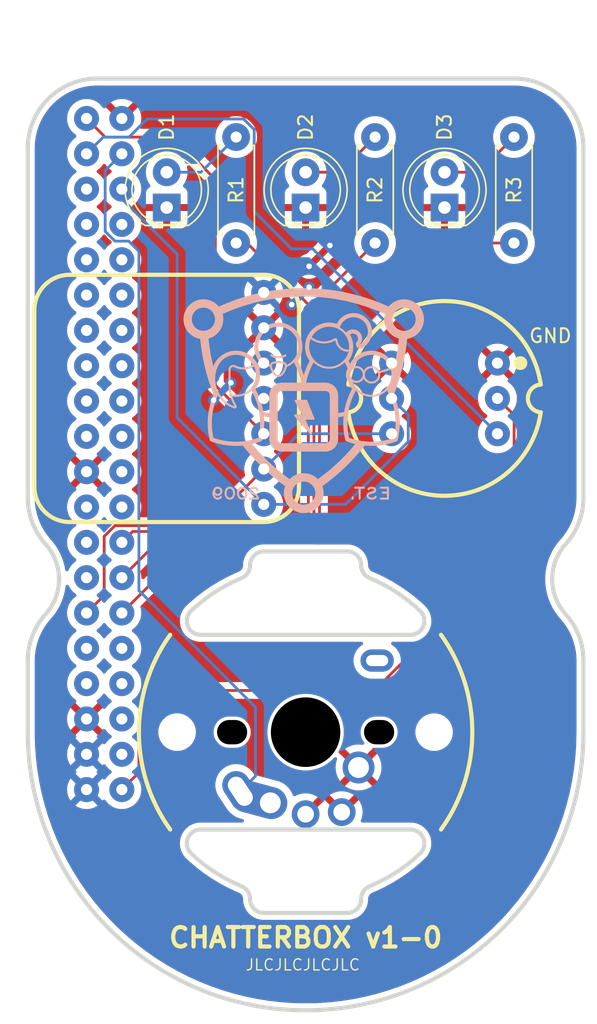
<source format=kicad_pcb>
(kicad_pcb (version 20240108) (generator "pcbnew") (generator_version "8.0")
  (layers (0 "F.Cu" signal) (31 "B.Cu" signal) (34 "B.Paste" user) (35 "F.Paste" user) (36 "B.SilkS" user "B.Silkscreen") (37 "F.SilkS" user "F.Silkscreen") (38 "B.Mask" user) (39 "F.Mask" user) (44 "Edge.Cuts" user))
  (net 0 "")
  (net 1 "GPIO21")
  (net 3 "GND")
  (net 5 "5V")
  (net 6 "LRC")
  (net 7 "BCLK")
  (net 13 "GPIO20")
  (net 16 "PTT")
  (net 22 "3V")
  (net 23 "Net-(D1-A)")
  (net 25 "Net-(D2-A)")
  (net 39 "Net-(D3-A)")
  (net 40 "GPIO22")
  (net 41 "GPIO17")
  (net 42 "GPIO27")
  (footprint "CCHS:Pi Zero W 2" (layer "F.Cu") (at -14.5 0 180)
    (property "Reference" "J1" (hide yes))
    (property "Value" "Pi Zero W 2")
    (pad "1" thru_hole circle (at -1.27 -24.13 180) (size 1.8 1.8) (drill 0.8) (layers "*.Cu" "*.Mask") (net 22 "3V"))
    (pad "2" thru_hole circle (at 1.27 -24.13 180) (size 1.8 1.8) (drill 0.8) (layers "*.Cu" "*.Mask") (net 5 "5V"))
    (pad "3" thru_hole circle (at -1.27 -21.59 180) (size 1.8 1.8) (drill 0.8) (layers "*.Cu" "*.Mask"))
    (pad "4" thru_hole circle (at 1.27 -21.59 180) (size 1.8 1.8) (drill 0.8) (layers "*.Cu" "*.Mask") (net 5 "5V"))
    (pad "5" thru_hole circle (at -1.27 -19.05 180) (size 1.8 1.8) (drill 0.8) (layers "*.Cu" "*.Mask"))
    (pad "6" thru_hole circle (at 1.27 -19.05 180) (size 1.8 1.8) (drill 0.8) (layers "*.Cu" "*.Mask") (net 3 "GND"))
    (pad "7" thru_hole circle (at -1.27 -16.51 180) (size 1.8 1.8) (drill 0.8) (layers "*.Cu" "*.Mask"))
    (pad "8" thru_hole circle (at 1.27 -16.51 180) (size 1.8 1.8) (drill 0.8) (layers "*.Cu" "*.Mask"))
    (pad "9" thru_hole circle (at -1.27 -13.97 180) (size 1.8 1.8) (drill 0.8) (layers "*.Cu" "*.Mask"))
    (pad "10" thru_hole circle (at 1.27 -13.97 180) (size 1.8 1.8) (drill 0.8) (layers "*.Cu" "*.Mask"))
    (pad "11" thru_hole circle (at -1.27 -11.43 180) (size 1.8 1.8) (drill 0.8) (layers "*.Cu" "*.Mask") (net 40 "GPIO22"))
    (pad "12" thru_hole circle (at 1.27 -11.43 180) (size 1.8 1.8) (drill 0.8) (layers "*.Cu" "*.Mask") (net 7 "BCLK"))
    (pad "13" thru_hole circle (at -1.27 -8.89 180) (size 1.8 1.8) (drill 0.8) (layers "*.Cu" "*.Mask") (net 42 "GPIO27"))
    (pad "14" thru_hole circle (at 1.27 -8.89 180) (size 1.8 1.8) (drill 0.8) (layers "*.Cu" "*.Mask"))
    (pad "15" thru_hole circle (at -1.27 -6.35 180) (size 1.8 1.8) (drill 0.8) (layers "*.Cu" "*.Mask") (net 41 "GPIO17"))
    (pad "16" thru_hole circle (at 1.27 -6.35 180) (size 1.8 1.8) (drill 0.8) (layers "*.Cu" "*.Mask"))
    (pad "17" thru_hole circle (at -1.27 -3.81 180) (size 1.8 1.8) (drill 0.8) (layers "*.Cu" "*.Mask"))
    (pad "18" thru_hole circle (at 1.27 -3.81 180) (size 1.8 1.8) (drill 0.8) (layers "*.Cu" "*.Mask"))
    (pad "19" thru_hole circle (at -1.27 -1.27 180) (size 1.8 1.8) (drill 0.8) (layers "*.Cu" "*.Mask"))
    (pad "20" thru_hole circle (at 1.27 -1.27 180) (size 1.8 1.8) (drill 0.8) (layers "*.Cu" "*.Mask") (net 3 "GND"))
    (pad "21" thru_hole circle (at -1.27 1.27 180) (size 1.8 1.8) (drill 0.8) (layers "*.Cu" "*.Mask"))
    (pad "22" thru_hole circle (at 1.27 1.27 180) (size 1.8 1.8) (drill 0.8) (layers "*.Cu" "*.Mask"))
    (pad "23" thru_hole circle (at -1.27 3.81 180) (size 1.8 1.8) (drill 0.8) (layers "*.Cu" "*.Mask"))
    (pad "24" thru_hole circle (at 1.27 3.81 180) (size 1.8 1.8) (drill 0.8) (layers "*.Cu" "*.Mask"))
    (pad "25" thru_hole circle (at -1.27 6.35 180) (size 1.8 1.8) (drill 0.8) (layers "*.Cu" "*.Mask"))
    (pad "26" thru_hole circle (at 1.27 6.35 180) (size 1.8 1.8) (drill 0.8) (layers "*.Cu" "*.Mask"))
    (pad "27" thru_hole circle (at -1.27 8.89 180) (size 1.8 1.8) (drill 0.8) (layers "*.Cu" "*.Mask"))
    (pad "28" thru_hole circle (at 1.27 8.89 180) (size 1.8 1.8) (drill 0.8) (layers "*.Cu" "*.Mask"))
    (pad "29" thru_hole circle (at -1.27 11.43 180) (size 1.8 1.8) (drill 0.8) (layers "*.Cu" "*.Mask"))
    (pad "30" thru_hole circle (at 1.27 11.43 180) (size 1.8 1.8) (drill 0.8) (layers "*.Cu" "*.Mask"))
    (pad "31" thru_hole circle (at -1.27 13.97 180) (size 1.8 1.8) (drill 0.8) (layers "*.Cu" "*.Mask"))
    (pad "32" thru_hole circle (at 1.27 13.97 180) (size 1.8 1.8) (drill 0.8) (layers "*.Cu" "*.Mask"))
    (pad "33" thru_hole circle (at -1.27 16.51 180) (size 1.8 1.8) (drill 0.8) (layers "*.Cu" "*.Mask"))
    (pad "34" thru_hole circle (at 1.27 16.51 180) (size 1.8 1.8) (drill 0.8) (layers "*.Cu" "*.Mask"))
    (pad "35" thru_hole circle (at -1.27 19.05 180) (size 1.8 1.8) (drill 0.8) (layers "*.Cu" "*.Mask") (net 6 "LRC"))
    (pad "36" thru_hole circle (at 1.27 19.05 180) (size 1.8 1.8) (drill 0.8) (layers "*.Cu" "*.Mask"))
    (pad "37" thru_hole circle (at -1.27 21.59 180) (size 1.8 1.8) (drill 0.8) (layers "*.Cu" "*.Mask") (net 16 "PTT"))
    (pad "38" thru_hole circle (at 1.27 21.59 180) (size 1.8 1.8) (drill 0.8) (layers "*.Cu" "*.Mask") (net 13 "GPIO20"))
    (pad "39" thru_hole circle (at -1.27 24.13 180) (size 1.8 1.8) (drill 0.8) (layers "*.Cu" "*.Mask") (net 3 "GND"))
    (pad "40" thru_hole circle (at 1.27 24.13 180) (size 1.8 1.8) (drill 0.8) (layers "*.Cu" "*.Mask") (net 1 "GPIO21"))
  )
  (footprint "CCHS:R_L6.3mm_D2.5mm_P7.62mm" (layer "F.Cu") (at 5 -15.175 90)
    (property "Reference" "R2" (at 3.81 0 90) (layer "F.SilkS"))
    (property "Value" "R" (hide yes))
    (fp_line (start 7.02 -1.31) (end 7.02 -0.98) (stroke (width 0.12)) (layer "F.SilkS"))
    (fp_line (start 0.6 -1.31) (end 7.02 -1.31) (stroke (width 0.12)) (layer "F.SilkS"))
    (fp_line (start 0.6 -0.98) (end 0.6 -1.31) (stroke (width 0.12)) (layer "F.SilkS"))
    (fp_line (start 0.6 0.98) (end 0.6 1.31) (stroke (width 0.12)) (layer "F.SilkS"))
    (fp_line (start 7.02 1.31) (end 7.02 0.98) (stroke (width 0.12)) (layer "F.SilkS"))
    (fp_line (start 0.6 1.31) (end 7.02 1.31) (stroke (width 0.12)) (layer "F.SilkS"))
    (pad "1" thru_hole circle (at 0 0 90) (size 2 2) (drill 0.8) (layers "*.Cu" "*.Mask") (net 42 "GPIO27"))
    (pad "2" thru_hole circle (at 7.62 0 90) (size 2 2) (drill 0.8) (layers "*.Cu" "*.Mask") (net 25 "Net-(D2-A)"))
  )
  (footprint "CCHS:R_L6.3mm_D2.5mm_P7.62mm" (layer "F.Cu") (at 15 -15.175 90)
    (property "Reference" "R3" (at 3.81 0 90) (layer "F.SilkS"))
    (property "Value" "R" (hide yes))
    (fp_line (start 7.02 -1.31) (end 7.02 -0.98) (stroke (width 0.12)) (layer "F.SilkS"))
    (fp_line (start 0.6 -1.31) (end 7.02 -1.31) (stroke (width 0.12)) (layer "F.SilkS"))
    (fp_line (start 0.6 -0.98) (end 0.6 -1.31) (stroke (width 0.12)) (layer "F.SilkS"))
    (fp_line (start 0.6 0.98) (end 0.6 1.31) (stroke (width 0.12)) (layer "F.SilkS"))
    (fp_line (start 7.02 1.31) (end 7.02 0.98) (stroke (width 0.12)) (layer "F.SilkS"))
    (fp_line (start 0.6 1.31) (end 7.02 1.31) (stroke (width 0.12)) (layer "F.SilkS"))
    (pad "1" thru_hole circle (at 0 0 90) (size 2 2) (drill 0.8) (layers "*.Cu" "*.Mask") (net 40 "GPIO22"))
    (pad "2" thru_hole circle (at 7.62 0 90) (size 2 2) (drill 0.8) (layers "*.Cu" "*.Mask") (net 39 "Net-(D3-A)"))
  )
  (footprint "CCHS:Amp - MAX98357A" (layer "F.Cu") (at -3.015 -4 90)
    (property "Reference" "J2" (hide yes))
    (property "Value" "Amp")
    (fp_line (start -6.349999 -16.51) (end 6.35 -16.51) (stroke (width 0.3)) (layer "F.SilkS"))
    (fp_line (start 8.89 -13.97) (end 8.89 0) (stroke (width 0.3)) (layer "F.SilkS"))
    (fp_line (start -8.89 -0.000001) (end -8.89 -13.969999) (stroke (width 0.3)) (layer "F.SilkS"))
    (fp_line (start 6.35 2.54) (end -6.349999 2.54) (stroke (width 0.3)) (layer "F.SilkS"))
    (fp_arc (start 6.35 -16.51) (mid 8.146051 -15.766051) (end 8.89 -13.97) (stroke (width 0.3)) (layer "F.SilkS"))
    (fp_arc (start -8.89 -13.969999) (mid -8.146051 -15.766051) (end -6.349999 -16.51) (stroke (width 0.3)) (layer "F.SilkS"))
    (fp_arc (start 8.89 0) (mid 8.146051 1.796051) (end 6.35 2.54) (stroke (width 0.3)) (layer "F.SilkS"))
    (fp_arc (start -6.349999 2.54) (mid -8.146051 1.796051) (end -8.89 -0.000001) (stroke (width 0.3)) (layer "F.SilkS"))
    (pad "1" thru_hole circle (at -7.62 0 90) (size 1.8 1.8) (drill 0.8) (layers "*.Cu" "*.Mask") (net 6 "LRC"))
    (pad "2" thru_hole circle (at -5.08 0 90) (size 1.8 1.8) (drill 0.8) (layers "*.Cu" "*.Mask") (net 7 "BCLK"))
    (pad "3" thru_hole circle (at -2.54 0 90) (size 1.8 1.8) (drill 0.8) (layers "*.Cu" "*.Mask") (net 1 "GPIO21"))
    (pad "4" thru_hole circle (at 0 0 90) (size 1.8 1.8) (drill 0.8) (layers "*.Cu" "*.Mask"))
    (pad "5" thru_hole circle (at 2.54 0 90) (size 1.8 1.8) (drill 0.8) (layers "*.Cu" "*.Mask"))
    (pad "6" thru_hole circle (at 5.08 0 90) (size 1.8 1.8) (drill 0.8) (layers "*.Cu" "*.Mask") (net 3 "GND"))
    (pad "7" thru_hole circle (at 7.62 0 90) (size 1.8 1.8) (drill 0.8) (layers "*.Cu" "*.Mask") (net 5 "5V"))
  )
  (footprint "CCHS:LED_D5.0mm" (layer "F.Cu") (at -10 -17.725 90)
    (property "Reference" "D1" (at 5.775 0 90) (layer "F.SilkS"))
    (property "Value" "LED")
    (fp_line (start -1.29 -1.545) (end -1.29 1.545) (stroke (width 0.12)) (layer "F.SilkS"))
    (fp_arc (start -1.29 -1.54483) (mid 2.072002 -2.880433) (end 4.26 0.000462) (stroke (width 0.12)) (layer "F.SilkS"))
    (fp_arc (start 4.26 -0.000462) (mid 2.072002 2.880433) (end -1.29 1.54483) (stroke (width 0.12)) (layer "F.SilkS"))
    (fp_circle (center 1.27 0) (end 3.77 0) (stroke (width 0.12)) (fill none) (layer "F.SilkS"))
    (pad "1" thru_hole rect (at 0 0 90) (size 2 2) (drill 0.9) (layers "*.Cu" "*.Mask") (net 3 "GND"))
    (pad "2" thru_hole circle (at 2.54 0 90) (size 2 2) (drill 0.9) (layers "*.Cu" "*.Mask") (net 23 "Net-(D1-A)"))
  )
  (footprint "CCHS:R_L6.3mm_D2.5mm_P7.62mm" (layer "F.Cu") (at -5 -15.175 90)
    (property "Reference" "R1" (at 3.81 0 90) (layer "F.SilkS"))
    (property "Value" "R" (hide yes))
    (fp_line (start 7.02 -1.31) (end 7.02 -0.98) (stroke (width 0.12)) (layer "F.SilkS"))
    (fp_line (start 0.6 -1.31) (end 7.02 -1.31) (stroke (width 0.12)) (layer "F.SilkS"))
    (fp_line (start 0.6 -0.98) (end 0.6 -1.31) (stroke (width 0.12)) (layer "F.SilkS"))
    (fp_line (start 0.6 0.98) (end 0.6 1.31) (stroke (width 0.12)) (layer "F.SilkS"))
    (fp_line (start 7.02 1.31) (end 7.02 0.98) (stroke (width 0.12)) (layer "F.SilkS"))
    (fp_line (start 0.6 1.31) (end 7.02 1.31) (stroke (width 0.12)) (layer "F.SilkS"))
    (pad "1" thru_hole circle (at 0 0 90) (size 2 2) (drill 0.8) (layers "*.Cu" "*.Mask") (net 41 "GPIO17"))
    (pad "2" thru_hole circle (at 7.62 0 90) (size 2 2) (drill 0.8) (layers "*.Cu" "*.Mask") (net 23 "Net-(D1-A)"))
  )
  (footprint "CCHS:LED_D5.0mm" (layer "F.Cu") (at 10 -17.725 90)
    (property "Reference" "D3" (at 5.775 0 90) (layer "F.SilkS"))
    (property "Value" "LED")
    (fp_line (start -1.29 -1.545) (end -1.29 1.545) (stroke (width 0.12)) (layer "F.SilkS"))
    (fp_arc (start -1.29 -1.54483) (mid 2.072002 -2.880433) (end 4.26 0.000462) (stroke (width 0.12)) (layer "F.SilkS"))
    (fp_arc (start 4.26 -0.000462) (mid 2.072002 2.880433) (end -1.29 1.54483) (stroke (width 0.12)) (layer "F.SilkS"))
    (fp_circle (center 1.27 0) (end 3.77 0) (stroke (width 0.12)) (fill none) (layer "F.SilkS"))
    (pad "1" thru_hole rect (at 0 0 90) (size 2 2) (drill 0.9) (layers "*.Cu" "*.Mask") (net 3 "GND"))
    (pad "2" thru_hole circle (at 2.54 0 90) (size 2 2) (drill 0.9) (layers "*.Cu" "*.Mask") (net 39 "Net-(D3-A)"))
  )
  (footprint "CCHS:Mic - INMP441 MEMS I2S" (layer "F.Cu") (at 10 -4)
    (property "Reference" "J3" (hide yes))
    (property "Value" "Mic")
    (fp_arc (start -6.928571 -0.997446) (mid -6 0) (end -6.928571 0.997446) (stroke (width 0.3)) (layer "F.SilkS"))
    (fp_arc (start -6.928571 -0.997446) (mid 0 -7) (end 6.928571 -0.997446) (stroke (width 0.3)) (layer "F.SilkS"))
    (fp_arc (start 6.928571 0.997446) (mid 0 7) (end -6.928571 0.997446) (stroke (width 0.3)) (layer "F.SilkS"))
    (fp_arc (start 6.928571 0.997446) (mid 6 0) (end 6.928571 -0.997446) (stroke (width 0.3)) (layer "F.SilkS"))
    (fp_circle (center 5.461 -2.54) (end 5.711 -2.54) (stroke (width 0.5)) (fill none) (layer "F.SilkS"))
    (fp_text user "GND" (at 6 -4.5 0) (layer "F.SilkS") (effects (justify left)))
    (pad "1" thru_hole circle (at 3.81 -2.54) (size 1.8 1.8) (drill 0.8) (layers "*.Cu" "*.Mask") (net 3 "GND"))
    (pad "2" thru_hole circle (at -3.81 -2.54) (size 1.8 1.8) (drill 0.8) (layers "*.Cu" "*.Mask") (net 3 "GND"))
    (pad "3" thru_hole circle (at 3.81 0) (size 1.8 1.8) (drill 0.8) (layers "*.Cu" "*.Mask") (net 22 "3V"))
    (pad "4" thru_hole circle (at -3.81 0) (size 1.8 1.8) (drill 0.8) (layers "*.Cu" "*.Mask") (net 6 "LRC"))
    (pad "5" thru_hole circle (at 3.81 2.54) (size 1.8 1.8) (drill 0.8) (layers "*.Cu" "*.Mask") (net 13 "GPIO20"))
    (pad "6" thru_hole circle (at -3.81 2.54) (size 1.8 1.8) (drill 0.8) (layers "*.Cu" "*.Mask") (net 7 "BCLK"))
  )
  (footprint "CCHS:LED_D5.0mm" (layer "F.Cu") (at 0 -17.725 90)
    (property "Reference" "D2" (at 5.775 0 90) (layer "F.SilkS"))
    (property "Value" "LED")
    (fp_line (start -1.29 -1.545) (end -1.29 1.545) (stroke (width 0.12)) (layer "F.SilkS"))
    (fp_arc (start -1.29 -1.54483) (mid 2.072002 -2.880433) (end 4.26 0.000462) (stroke (width 0.12)) (layer "F.SilkS"))
    (fp_arc (start 4.26 -0.000462) (mid 2.072002 2.880433) (end -1.29 1.54483) (stroke (width 0.12)) (layer "F.SilkS"))
    (fp_circle (center 1.27 0) (end 3.77 0) (stroke (width 0.12)) (fill none) (layer "F.SilkS"))
    (pad "1" thru_hole rect (at 0 0 90) (size 2 2) (drill 0.9) (layers "*.Cu" "*.Mask") (net 3 "GND"))
    (pad "2" thru_hole circle (at 2.54 0 90) (size 2 2) (drill 0.9) (layers "*.Cu" "*.Mask") (net 25 "Net-(D2-A)"))
  )
  (footprint "CCHS:Kailh Choc V2 - Arcade Button" (layer "F.Cu") (at 0 20)
    (property "Reference" "SW1" (hide yes))
    (property "Value" "SW_Push")
    (fp_arc (start -9.746794 7) (mid -12 0) (end -9.746794 -7) (stroke (width 0.3)) (layer "F.SilkS"))
    (fp_arc (start 9.746794 -7) (mid 12 0) (end 9.746794 7) (stroke (width 0.3)) (layer "F.SilkS"))
    (fp_line (start -7.549835 7) (end 7.54983 7) (stroke (width 0.3)) (layer "Edge.Cuts"))
    (fp_line (start -3.000001 -13) (end 3 -13) (stroke (width 0.3)) (layer "Edge.Cuts"))
    (fp_line (start 3 13) (end -3.000001 13) (stroke (width 0.3)) (layer "Edge.Cuts"))
    (fp_line (start 7.54983 -7) (end -7.549834 -7) (stroke (width 0.3)) (layer "Edge.Cuts"))
    (fp_arc (start -8.236183 -8.727273) (mid -6.532298 -10.066235) (end -4.615385 -11.076923) (stroke (width 0.3)) (layer "Edge.Cuts"))
    (fp_arc (start -8.236183 8.727273) (mid -8.479155 7.630726) (end -7.549835 7) (stroke (width 0.3)) (layer "Edge.Cuts"))
    (fp_arc (start -7.549834 -7) (mid -8.479154 -7.630725) (end -8.236183 -8.727273) (stroke (width 0.3)) (layer "Edge.Cuts"))
    (fp_arc (start -4.615385 11.076923) (mid -6.532298 10.066235) (end -8.236183 8.727273) (stroke (width 0.3)) (layer "Edge.Cuts"))
    (fp_arc (start -4.615385 11.076923) (mid -4.16795 11.4453) (end -4 12) (stroke (width 0.3)) (layer "Edge.Cuts"))
    (fp_arc (start -4 -12) (mid -4.16795 -11.4453) (end -4.615385 -11.076923) (stroke (width 0.3)) (layer "Edge.Cuts"))
    (fp_arc (start -4 -12) (mid -3.707107 -12.707107) (end -3.000001 -13) (stroke (width 0.3)) (layer "Edge.Cuts"))
    (fp_arc (start -3.000001 13) (mid -3.707107 12.707107) (end -4 12) (stroke (width 0.3)) (layer "Edge.Cuts"))
    (fp_arc (start 3 -13) (mid 3.707107 -12.707107) (end 4 -12) (stroke (width 0.3)) (layer "Edge.Cuts"))
    (fp_arc (start 4 12) (mid 3.707107 12.707107) (end 3 13) (stroke (width 0.3)) (layer "Edge.Cuts"))
    (fp_arc (start 4 12) (mid 4.16795 11.4453) (end 4.615385 11.076923) (stroke (width 0.3)) (layer "Edge.Cuts"))
    (fp_arc (start 4.615385 -11.076923) (mid 4.16795 -11.4453) (end 4 -12) (stroke (width 0.3)) (layer "Edge.Cuts"))
    (fp_arc (start 4.615385 -11.076923) (mid 6.532298 -10.066235) (end 8.236183 -8.727273) (stroke (width 0.3)) (layer "Edge.Cuts"))
    (fp_arc (start 7.54983 7) (mid 8.47915 7.630724) (end 8.236183 8.727273) (stroke (width 0.3)) (layer "Edge.Cuts"))
    (fp_arc (start 8.236183 -8.727273) (mid 8.479153 -7.630723) (end 7.54983 -7) (stroke (width 0.3)) (layer "Edge.Cuts"))
    (fp_arc (start 8.236183 8.727273) (mid 6.532298 10.066235) (end 4.615385 11.076923) (stroke (width 0.3)) (layer "Edge.Cuts"))
    (pad "" np_thru_hole circle (at -9.25 0) (size 2.2 2.2) (drill 2.2) (layers "F&B.Cu" "*.Mask"))
    (pad "" np_thru_hole oval (at -5.29 0) (size 2.17 1.75) (drill oval 2.17 1.75) (layers "*.Mask"))
    (pad "" np_thru_hole circle (at 0 0) (size 5 5) (drill 5) (layers "*.Mask"))
    (pad "" thru_hole oval (at 5.15 -5.15) (size 2.4 1.6) (drill oval 1.6 0.8) (layers "*.Cu" "*.Mask"))
    (pad "" np_thru_hole oval (at 5.29 0) (size 2.17 1.75) (drill oval 2.17 1.75) (layers "*.Mask"))
    (pad "" np_thru_hole circle (at 9.25 0) (size 2.2 2.2) (drill 2.2) (layers "F&B.Cu" "*.Mask"))
    (pad "1" thru_hole oval (at -4.7 4.25 303.6) (size 3.082 2) (drill oval 2.282 1.2) (layers "*.Cu" "*.Mask") (net 16 "PTT"))
    (pad "1" thru_hole oval (at -2.54 5.08 345) (size 4.15 2.3) (drill 1.5 (offset -0.85 0)) (layers "*.Cu" "*.Mask") (net 16 "PTT"))
    (pad "2" thru_hole circle (at 0 5.9) (size 2 2) (drill 1.2) (layers "*.Cu" "*.Mask") (net 3 "GND"))
    (pad "2" thru_hole circle (at 2.6 5.75) (size 2 2) (drill 1.2) (layers "*.Cu" "*.Mask") (net 3 "GND"))
    (pad "2" thru_hole circle (at 3.81 2.54) (size 2.3 2.3) (drill 1.5) (layers "*.Cu" "*.Mask") (net 3 "GND"))
  )
  (footprint "CCHS:CCHS_Logo_NoText" (layer "B.Cu") (at 9.341126 8.079151 180)
    (property "Reference" "REF**" (hide yes))
    (property "Value" "CCHS_Logo_NoText")
    (fp_line (start 14.81606 14.155281) (end 14.81606 13.086738) (stroke (width 0.15)) (layer "B.SilkS"))
    (fp_line (start 13.20465 5.294792) (end 13.024669 5.212104) (stroke (width 0.15)) (layer "B.SilkS"))
    (fp_line (start 12.78048 4.870721) (end 13.357461 4.870721) (stroke (width 0.15)) (layer "B.SilkS"))
    (fp_line (start 11.653346 9.167297) (end 11.653346 12.299297) (stroke (width 0.6)) (layer "B.SilkS"))
    (fp_line (start 11.042096 12.910547) (end 7.910096 12.910547) (stroke (width 0.6)) (layer "B.SilkS"))
    (fp_line (start 11.042096 8.556047) (end 7.910096 8.556047) (stroke (width 0.6)) (layer "B.SilkS"))
    (fp_line (start 10.084796 10.848565) (end 8.965941 9.553944) (stroke (width 0.15)) (layer "B.SilkS"))
    (fp_line (start 10.054211 11.905685) (end 9.464687 10.848565) (stroke (width 0.15)) (layer "B.SilkS"))
    (fp_line (start 9.926511 11.830685) (end 9.336988 10.773565) (stroke (width 0.15)) (layer "B.SilkS"))
    (fp_line (start 9.920851 10.773565) (end 9.267553 10.017638) (stroke (width 0.15)) (layer "B.SilkS"))
    (fp_line (start 9.798812 11.755685) (end 9.251364 10.774012) (stroke (width 0.15)) (layer "B.SilkS"))
    (fp_line (start 9.756906 10.698565) (end 9.569166 10.481333) (stroke (width 0.15)) (layer "B.SilkS"))
    (fp_line (start 9.671618 10.698565) (end 9.756906 10.698565) (stroke (width 0.15)) (layer "B.SilkS"))
    (fp_line (start 9.671113 11.680685) (end 9.207315 10.849012) (stroke (width 0.15)) (layer "B.SilkS"))
    (fp_line (start 9.588907 10.699012) (end 8.885506 10.699012) (stroke (width 0.15)) (layer "B.SilkS"))
    (fp_line (start 9.569166 10.481333) (end 9.671618 10.698565) (stroke (width 0.15)) (layer "B.SilkS"))
    (fp_line (start 9.543414 11.605685) (end 9.378474 11.309918) (stroke (width 0.15)) (layer "B.SilkS"))
    (fp_line (start 9.499449 11.605685) (end 9.543414 11.605685) (stroke (width 0.15)) (layer "B.SilkS"))
    (fp_line (start 9.470612 10.624012) (end 8.773798 10.624012) (stroke (width 0.15)) (layer "B.SilkS"))
    (fp_line (start 9.464687 10.848565) (end 10.084796 10.848565) (stroke (width 0.15)) (layer "B.SilkS"))
    (fp_line (start 9.449094 11.680685) (end 9.671113 11.680685) (stroke (width 0.15)) (layer "B.SilkS"))
    (fp_line (start 9.39874 11.755685) (end 9.798812 11.755685) (stroke (width 0.15)) (layer "B.SilkS"))
    (fp_line (start 9.378474 11.309918) (end 9.499449 11.605685) (stroke (width 0.15)) (layer "B.SilkS"))
    (fp_line (start 9.348385 11.830685) (end 9.926511 11.830685) (stroke (width 0.15)) (layer "B.SilkS"))
    (fp_line (start 9.336988 10.773565) (end 9.920851 10.773565) (stroke (width 0.15)) (layer "B.SilkS"))
    (fp_line (start 9.298031 11.905685) (end 10.054211 11.905685) (stroke (width 0.15)) (layer "B.SilkS"))
    (fp_line (start 9.267553 10.017638) (end 9.588907 10.699012) (stroke (width 0.15)) (layer "B.SilkS"))
    (fp_line (start 9.251364 10.774012) (end 8.997214 10.774012) (stroke (width 0.15)) (layer "B.SilkS"))
    (fp_line (start 9.207315 10.849012) (end 9.108922 10.849012) (stroke (width 0.15)) (layer "B.SilkS"))
    (fp_line (start 9.108922 10.849012) (end 9.449094 11.680685) (stroke (width 0.15)) (layer "B.SilkS"))
    (fp_line (start 8.997214 10.774012) (end 9.39874 11.755685) (stroke (width 0.15)) (layer "B.SilkS"))
    (fp_line (start 8.965941 9.553944) (end 9.470612 10.624012) (stroke (width 0.15)) (layer "B.SilkS"))
    (fp_line (start 8.885506 10.699012) (end 9.348385 11.830685) (stroke (width 0.15)) (layer "B.SilkS"))
    (fp_line (start 8.773798 10.624012) (end 9.298031 11.905685) (stroke (width 0.15)) (layer "B.SilkS"))
    (fp_line (start 7.298846 12.299297) (end 7.298846 9.167297) (stroke (width 0.6)) (layer "B.SilkS"))
    (fp_line (start 5.955238 4.962904) (end 5.955238 4.870721) (stroke (width 0.15)) (layer "B.SilkS"))
    (fp_line (start 5.767523 5.659721) (end 5.140177 5.659721) (stroke (width 0.15)) (layer "B.SilkS"))
    (fp_line (start 5.45385 4.870721) (end 5.45385 5.659721) (stroke (width 0.15)) (layer "B.SilkS"))
    (fp_line (start 4.652818 5.291761) (end 4.524195 5.315233) (stroke (width 0.15)) (layer "B.SilkS"))
    (fp_line (start 3.921977 5.659721) (end 3.415793 5.659721) (stroke (width 0.15)) (layer "B.SilkS"))
    (fp_line (start 3.778314 5.304671) (end 3.415793 5.304671) (stroke (width 0.15)) (layer "B.SilkS"))
    (fp_line (start 3.415793 5.659721) (end 3.415793 4.870721) (stroke (width 0.15)) (layer "B.SilkS"))
    (fp_line (start 3.415793 4.870721) (end 3.921977 4.870721) (stroke (width 0.15)) (layer "B.SilkS"))
    (fp_line (start 3.087063 14.262213) (end 4.067506 13.946904) (stroke (width 0.15)) (layer "B.SilkS"))
    (fp_arc (start 16.13381 13.777187) (mid 16.46569 15.195265) (end 16.65307 16.639557) (stroke (width 0.6)) (layer "B.SilkS"))
    (fp_arc (start 16.097106 9.131592) (mid 16.218573 10.760167) (end 15.797696 12.338101) (stroke (width 0.3)) (layer "B.SilkS"))
    (fp_arc (start 15.892972 5.538337) (mid 15.795741 5.627441) (end 15.667868 5.65972) (stroke (width 0.15)) (layer "B.SilkS"))
    (fp_arc (start 15.892972 4.992105) (mid 15.974729 5.265221) (end 15.892972 5.538337) (stroke (width 0.15)) (layer "B.SilkS"))
    (fp_arc (start 15.806249 14.417039) (mid 13.521724 15.125519) (end 13.134347 12.765236) (stroke (width 0.3)) (layer "B.SilkS"))
    (fp_arc (start 15.797696 12.338101) (mid 16.055527 13.03081) (end 16.277954 13.735685) (stroke (width 0.3)) (layer "B.SilkS"))
    (fp_arc (start 15.744109 12.451625) (mid 15.998684 13.427266) (end 15.806249 14.41704) (stroke (width 0.3)) (layer "B.SilkS"))
    (fp_arc (start 15.693506 18.30157) (mid 9.476096 19.708302) (end 3.258685 18.30157) (stroke (width 0.6)) (layer "B.SilkS"))
    (fp_arc (start 15.442763 4.992105) (mid 15.667867 4.870721) (end 15.892972 4.992103) (stroke (width 0.15)) (layer "B.SilkS"))
    (fp_arc (start 15.022423 5.538337) (mid 14.797318 5.659721) (end 14.572213 5.538337) (stroke (width 0.15)) (layer "B.SilkS"))
    (fp_arc (start 15.022423 4.992105) (mid 15.10418 5.265221) (end 15.022423 5.538338) (stroke (width 0.15)) (layer "B.SilkS"))
    (fp_arc (start 14.81606 14.155281) (mid 14.691961 14.376936) (end 14.438129 14.386997) (stroke (width 0.15)) (layer "B.SilkS"))
    (fp_arc (start 14.572214 5.538337) (mid 14.490457 5.265221) (end 14.572214 4.992104) (stroke (width 0.15)) (layer "B.SilkS"))
    (fp_arc (start 14.572214 4.992105) (mid 14.797318 4.870721) (end 15.022422 4.992104) (stroke (width 0.15)) (layer "B.SilkS"))
    (fp_arc (start 14.477594 11.433108) (mid 15.19711 11.865137) (end 15.702283 12.535327) (stroke (width 0.15)) (layer "B.SilkS"))
    (fp_arc (start 14.387685 11.542226) (mid 14.706982 12.285329) (end 14.81606 13.086738) (stroke (width 0.15)) (layer "B.SilkS"))
    (fp_arc (start 14.387685 11.542226) (mid 14.394087 11.455902) (end 14.477593 11.433107) (stroke (width 0.15)) (layer "B.SilkS"))
    (fp_arc (start 14.13606 5.538337) (mid 13.910956 5.65972) (end 13.685852 5.538336) (stroke (width 0.15)) (layer "B.SilkS"))
    (fp_arc (start 14.13606 4.992105) (mid 14.217817 5.265221) (end 14.13606 5.538337) (stroke (width 0.15)) (layer "B.SilkS"))
    (fp_arc (start 13.685851 5.538337) (mid 13.604094 5.265221) (end 13.685851 4.992104) (stroke (width 0.15)) (layer "B.SilkS"))
    (fp_arc (start 13.685851 4.992105) (mid 13.910955 4.870721) (end 14.13606 4.992103) (stroke (width 0.15)) (layer "B.SilkS"))
    (fp_arc (start 13.636786 8.64078) (mid 13.718519 8.743592) (end 13.799324 8.847135) (stroke (width 0.3)) (layer "B.SilkS"))
    (fp_arc (start 13.269831 5.590115) (mid 13.06897 5.659616) (end 12.868109 5.590115) (stroke (width 0.15)) (layer "B.SilkS"))
    (fp_arc (start 13.269831 5.334616) (mid 13.3319 5.462365) (end 13.269831 5.590114) (stroke (width 0.15)) (layer "B.SilkS"))
    (fp_arc (start 13.20465 5.294792) (mid 13.238414 5.312783) (end 13.269831 5.334616) (stroke (width 0.15)) (layer "B.SilkS"))
    (fp_arc (start 13.175077 12.834017) (mid 13.867637 12.346985) (end 14.71345 12.309028) (stroke (width 0.15)) (layer "B.SilkS"))
    (fp_arc (start 13.134348 12.765236) (mid 12.52078 10.999021) (end 12.61401 9.131592) (stroke (width 0.3)) (layer "B.SilkS"))
    (fp_arc (start 13.024669 5.212104) (mid 12.970984 5.183922) (end 12.920564 5.150243) (stroke (width 0.15)) (layer "B.SilkS"))
    (fp_arc (start 12.961951 14.533274) (mid 13.67863 14.244074) (end 14.438129 14.386997) (stroke (width 0.15)) (layer "B.SilkS"))
    (fp_arc (start 12.920564 5.150242) (mid 12.817461 5.02705) (end 12.78048 4.870721) (stroke (width 0.15)) (layer "B.SilkS"))
    (fp_arc (start 12.86811 5.590115) (mid 12.822379 5.533381) (end 12.80604 5.462366) (stroke (width 0.15)) (layer "B.SilkS"))
    (fp_arc (start 12.8229 14.183493) (mid 12.684992 14.48928) (end 12.526471 14.784906) (stroke (width 0.3)) (layer "B.SilkS"))
    (fp_arc (start 12.61401 9.131592) (mid 14.355558 8.815854) (end 16.097106 9.131592) (stroke (width 0.3)) (layer "B.SilkS"))
    (fp_arc (start 12.526471 14.784906) (mid 11.305261 17.382121) (end 10.084051 14.784906) (stroke (width 0.3)) (layer "B.SilkS"))
    (fp_arc (start 11.845631 14.386477) (mid 11.821219 14.531195) (end 11.708095 14.624695) (stroke (width 0.15)) (layer "B.SilkS"))
    (fp_arc (start 11.845458 14.385576) (mid 12.196869 14.576862) (end 12.485743 14.853687) (stroke (width 0.15)) (layer "B.SilkS"))
    (fp_arc (start 11.708096 14.624695) (mid 11.305261 14.692647) (end 10.902427 14.624695) (stroke (width 0.15)) (layer "B.SilkS"))
    (fp_arc (start 11.653346 12.299297) (mid 11.474315 12.731516) (end 11.042096 12.910547) (stroke (width 0.6)) (layer "B.SilkS"))
    (fp_arc (start 11.653346 10.84775) (mid 12.089226 10.897859) (end 12.518973 10.986285) (stroke (width 0.3)) (layer "B.SilkS"))
    (fp_arc (start 11.565919 13.811481) (mid 11.743856 14.080454) (end 11.845631 14.386477) (stroke (width 0.15)) (layer "B.SilkS"))
    (fp_arc (start 11.044603 13.811481) (mid 11.305261 13.692779) (end 11.565919 13.811481) (stroke (width 0.15)) (layer "B.SilkS"))
    (fp_arc (start 11.042096 8.556047) (mid 11.474315 8.735078) (end 11.653346 9.167297) (stroke (width 0.6)) (layer "B.SilkS"))
    (fp_arc (start 10.902426 14.624695) (mid 10.789302 14.531194) (end 10.764891 14.386476) (stroke (width 0.15)) (layer "B.SilkS"))
    (fp_arc (start 10.794981 15.170636) (mid 11.305262 15.033907) (end 11.815542 15.170637) (stroke (width 0.15)) (layer "B.SilkS"))
    (fp_arc (start 10.764891 14.386477) (mid 10.866666 14.080454) (end 11.044603 13.811481) (stroke (width 0.15)) (layer "B.SilkS"))
    (fp_arc (start 10.43566 5.870686) (mid 12.082607 7.189724) (end 13.51979 8.734652) (stroke (width 0.6)) (layer "B.SilkS"))
    (fp_arc (start 10.124779 14.853687) (mid 10.413652 14.576861) (end 10.765064 14.385575) (stroke (width 0.15)) (layer "B.SilkS"))
    (fp_arc (start 10.084051 14.784906) (mid 9.698535 13.94955) (end 9.476096 13.056822) (stroke (width 0.3)) (layer "B.SilkS"))
    (fp_arc (start 9.476096 13.056821) (mid 9.253658 13.949549) (end 8.868142 14.784905) (stroke (width 0.3)) (layer "B.SilkS"))
    (fp_arc (start 8.868141 14.784906) (mid 8.913447 16.75057) (end 7.011555 17.249261) (stroke (width 0.3)) (layer "B.SilkS"))
    (fp_arc (start 7.910096 12.910547) (mid 7.477877 12.731516) (end 7.298846 12.299297) (stroke (width 0.6)) (layer "B.SilkS"))
    (fp_arc (start 7.298846 9.167297) (mid 7.477877 8.735078) (end 7.910096 8.556047) (stroke (width 0.6)) (layer "B.SilkS"))
    (fp_arc (start 7.238284 16.325115) (mid 8.181087 16.113652) (end 9.055685 16.52435) (stroke (width 0.15)) (layer "B.SilkS"))
    (fp_arc (start 7.238284 16.325115) (mid 7.165345 16.328193) (end 7.124342 16.267791) (stroke (width 0.15)) (layer "B.SilkS"))
    (fp_arc (start 7.032567 17.176557) (mid 6.668083 16.947108) (end 6.383157 16.624134) (stroke (width 0.15)) (layer "B.SilkS"))
    (fp_arc (start 7.011555 17.249262) (mid 5.120457 17.782066) (end 5.355894 15.831502) (stroke (width 0.3)) (layer "B.SilkS"))
    (fp_arc (start 6.466449 14.853687) (mid 7.646931 14.285692) (end 8.827413 14.853687) (stroke (width 0.15)) (layer "B.SilkS"))
    (fp_arc (start 6.433219 10.986285) (mid 6.862966 10.897859) (end 7.298846 10.84775) (stroke (width 0.3)) (layer "B.SilkS"))
    (fp_arc (start 6.42572 14.784906) (mid 6.272635 14.500275) (end 6.138662 14.206165) (stroke (width 0.3)) (layer "B.SilkS"))
    (fp_arc (start 6.338894 16.692805) (mid 6.062856 15.724318) (end 6.42572 14.784906) (stroke (width 0.3)) (layer "B.SilkS"))
    (fp_arc (start 6.338894 16.692805) (mid 5.61776 16.782922) (end 5.539618 16.060392) (stroke (width 0.3)) (layer "B.SilkS"))
    (fp_arc (start 6.338182 9.131592) (mid 6.431413 10.999021) (end 5.817844 12.765236) (stroke (width 0.3)) (layer "B.SilkS"))
    (fp_arc (start 6.134729 13.391053) (mid 6.293806 13.814151) (end 6.116238 14.229828) (stroke (width 0.3)) (layer "B.SilkS"))
    (fp_arc (start 6.116238 14.229828) (mid 3.849294 15.175297) (end 3.375424 12.765236) (stroke (width 0.3)) (layer "B.SilkS"))
    (fp_arc (start 6.081753 15.542026) (mid 6.772693 15.661206) (end 7.124343 16.26779) (stroke (width 0.15)) (layer "B.SilkS"))
    (fp_arc (start 5.817844 12.765236) (mid 6.011326 13.060402) (end 6.134729 13.391053) (stroke (width 0.3)) (layer "B.SilkS"))
    (fp_arc (start 5.432402 8.734652) (mid 6.869585 7.189724) (end 8.516532 5.870686) (stroke (width 0.6)) (layer "B.SilkS"))
    (fp_arc (start 5.355895 15.831503) (mid 5.540524 15.871486) (end 5.539618 16.060393) (stroke (width 0.3)) (layer "B.SilkS"))
    (fp_arc (start 5.152868 8.847136) (mid 5.233673 8.743593) (end 5.315406 8.640781) (stroke (width 0.3)) (layer "B.SilkS"))
    (fp_arc (start 4.813132 5.549232) (mid 4.794491 5.576884) (end 4.769873 5.599381) (stroke (width 0.15)) (layer "B.SilkS"))
    (fp_arc (start 4.811606 5.224414) (mid 4.735942 5.266882) (end 4.652818 5.291762) (stroke (width 0.15)) (layer "B.SilkS"))
    (fp_arc (start 4.811606 4.94447) (mid 4.883503 5.084443) (end 4.811605 5.224415) (stroke (width 0.15)) (layer "B.SilkS"))
    (fp_arc (start 4.769873 5.599381) (mid 4.582076 5.659722) (end 4.394278 5.599382) (stroke (width 0.15)) (layer "B.SilkS"))
    (fp_arc (start 4.394278 5.599381) (mid 4.335452 5.484859) (end 4.394277 5.370336) (stroke (width 0.15)) (layer "B.SilkS"))
    (fp_arc (start 4.394278 5.370335) (mid 4.456185 5.335589) (end 4.524195 5.315233) (stroke (width 0.15)) (layer "B.SilkS"))
    (fp_arc (start 4.352545 4.94447) (mid 4.582075 4.870721) (end 4.811605 4.94447) (stroke (width 0.15)) (layer "B.SilkS"))
    (fp_arc (start 4.299673 5.005763) (mid 4.322456 4.971965) (end 4.352545 4.944469) (stroke (width 0.15)) (layer "B.SilkS"))
    (fp_arc (start 3.416152 12.834017) (mid 4.596634 12.266022) (end 5.777116 12.834017) (stroke (width 0.15)) (layer "B.SilkS"))
    (fp_arc (start 3.375423 12.765236) (mid 2.761855 10.999021) (end 2.855085 9.131592) (stroke (width 0.3)) (layer "B.SilkS"))
    (fp_arc (start 2.869666 13.602709) (mid 3.006642 13.080584) (end 3.297395 12.625788) (stroke (width 0.3)) (layer "B.SilkS"))
    (fp_arc (start 2.855086 9.131592) (mid 4.596634 8.815854) (end 6.338182 9.131592) (stroke (width 0.3)) (layer "B.SilkS"))
    (fp_arc (start 2.723746 13.567538) (mid 2.925395 12.948011) (end 3.154495 12.338101) (stroke (width 0.3)) (layer "B.SilkS"))
    (fp_arc (start 2.312349 16.594963) (mid 2.511964 15.084114) (end 2.869665 13.602709) (stroke (width 0.6)) (layer "B.SilkS"))
    (fp_circle (center 16.697636 17.773296) (end 17.832251 17.773296) (stroke (width 0.6)) (fill none) (layer "B.SilkS"))
    (fp_circle (center 15.667868 5.39993) (end 15.927659 5.39993) (stroke (width 0.15)) (fill none) (layer "B.SilkS"))
    (fp_circle (center 9.476096 5.265221) (end 10.610711 5.265221) (stroke (width 0.6)) (fill none) (layer "B.SilkS"))
    (fp_circle (center 5.687177 13.800778) (end 6.218953 13.800778) (stroke (width 0.15)) (fill none) (layer "B.SilkS"))
    (fp_circle (center 4.596634 13.776737) (end 5.152451 13.776737) (stroke (width 0.15)) (fill none) (layer "B.SilkS"))
    (fp_circle (center 2.254555 17.773296) (end 3.38917 17.773296) (stroke (width 0.6)) (fill none) (layer "B.SilkS"))
  )
  (gr_line (start 15 -27) (end -15.000001 -27) (stroke (width 0.3)) (layer "Edge.Cuts"))
  (gr_arc (start 18.714286 11.510438) (mid 19.667518 13.064844) (end 20 14.848214) (stroke (width 0.3)) (layer "Edge.Cuts"))
  (gr_line (start 20 3.14229) (end 20 -22) (stroke (width 0.3)) (layer "Edge.Cuts"))
  (gr_arc (start 18.714286 11.510438) (mid 17.75 9) (end 18.714286 6.489563) (stroke (width 0.3)) (layer "Edge.Cuts"))
  (gr_arc (start 20 20) (mid 0 40) (end -20 20) (stroke (width 0.3)) (layer "Edge.Cuts"))
  (gr_arc (start -18.714286 6.489563) (mid -19.667517 4.935156) (end -20 3.142313) (stroke (width 0.3)) (layer "Edge.Cuts"))
  (gr_arc (start -20 14.857689) (mid -19.667517 13.064845) (end -18.714286 11.510438) (stroke (width 0.3)) (layer "Edge.Cuts"))
  (gr_arc (start 20 3.14229) (mid 19.667513 4.935153) (end 18.714286 6.489563) (stroke (width 0.3)) (layer "Edge.Cuts"))
  (gr_line (start -20 -22) (end -20 3.142313) (stroke (width 0.3)) (layer "Edge.Cuts"))
  (gr_arc (start 15 -27) (mid 18.535534 -25.535534) (end 20 -22) (stroke (width 0.3)) (layer "Edge.Cuts"))
  (gr_line (start 20 20) (end 20 14.848214) (stroke (width 0.3)) (layer "Edge.Cuts"))
  (gr_arc (start -20 -22) (mid -18.535534 -25.535534) (end -15.000001 -27) (stroke (width 0.3)) (layer "Edge.Cuts"))
  (gr_line (start -20 14.857689) (end -20 20) (stroke (width 0.3)) (layer "Edge.Cuts"))
  (gr_arc (start -18.714286 6.489563) (mid -17.75 9.000001) (end -18.714286 11.510438) (stroke (width 0.3)) (layer "Edge.Cuts"))
  (gr_text "JLCJLCJLCJLC" (at -0.2 37.2 -0) (layer "F.SilkS") (effects (font (size 0.8 0.8) (thickness 0.1)) (justify bottom)))
  (gr_text "CHATTERBOX v1-0" (at 0 35.6 0) (layer "F.SilkS") (effects (font (size 1.4 1.4) (thickness 0.3) (bold yes)) (justify bottom)))
  (segment (start -14.43 -22.79) (end -15.77 -24.13) (width 0.2) (layer "F.Cu") (net 1))
  (segment (start -6.5 -19.75) (end -9.54 -22.79) (width 0.2) (layer "F.Cu") (net 1))
  (segment (start -9.54 -22.79) (end -14.43 -22.79) (width 0.2) (layer "F.Cu") (net 1))
  (segment (start -6.5 -19.75) (end -6.5 -4.945) (width 0.2) (layer "F.Cu") (net 1))
  (segment (start -6.5 -4.945) (end -3.015 -1.46) (width 0.2) (layer "F.Cu") (net 1))
  (via (at -6.625 -3.875) (size 0.8) (drill 0.4) (layers "F.Cu" "B.Cu") (net 3))
  (via (at -5.375 -5.125) (size 0.8) (drill 0.4) (layers "F.Cu" "B.Cu") (net 3))
  (via (at -1 -10.75) (size 0.8) (drill 0.4) (layers "F.Cu" "B.Cu") (net 3))
  (via (at 0.25 -12) (size 0.8) (drill 0.4) (layers "F.Cu" "B.Cu") (net 3))
  (segment (start -5.375 -5.125) (end -6.625 -3.875) (width 0.5) (layer "B.Cu") (net 3))
  (segment (start 0.25 -12) (end -1 -10.75) (width 0.5) (layer "B.Cu") (net 3))
  (segment (start 0.25 -13.5) (end 1.75 -15) (width 0.5) (layer "F.Cu") (net 5))
  (via (at 1.75 -15) (size 0.8) (drill 0.4) (layers "F.Cu" "B.Cu") (net 5))
  (via (at 0.25 -13.5) (size 0.8) (drill 0.4) (layers "F.Cu" "B.Cu") (net 5))
  (segment (start -3.015 3.62) (end -9.25 -2.615) (width 0.2) (layer "B.Cu") (net 6))
  (segment (start -9.25 -2.615) (end -9.25 -14.375) (width 0.2) (layer "B.Cu") (net 6))
  (segment (start 2.88 3.62) (end -3.015 3.62) (width 0.2) (layer "B.Cu") (net 6))
  (segment (start -13.23 -18.355) (end -13.23 -19.05) (width 0.2) (layer "B.Cu") (net 6))
  (segment (start 6.19 -4) (end 7.39 -2.8) (width 0.2) (layer "B.Cu") (net 6))
  (segment (start 7.39 -2.8) (end 7.39 -0.89) (width 0.2) (layer "B.Cu") (net 6))
  (segment (start -9.25 -14.375) (end -13.23 -18.355) (width 0.2) (layer "B.Cu") (net 6))
  (segment (start 7.39 -0.89) (end 2.88 3.62) (width 0.2) (layer "B.Cu") (net 6))
  (segment (start -7.085 5.15) (end -13.727057 5.15) (width 0.2) (layer "F.Cu") (net 7))
  (segment (start -14.5 10.16) (end -15.77 11.43) (width 0.2) (layer "F.Cu") (net 7))
  (segment (start -13.727057 5.15) (end -14.5 5.922943) (width 0.2) (layer "F.Cu") (net 7))
  (segment (start -14.5 5.922943) (end -14.5 10.16) (width 0.2) (layer "F.Cu") (net 7))
  (segment (start -3.015 1.08) (end -7.085 5.15) (width 0.2) (layer "F.Cu") (net 7))
  (segment (start 6.19 -1.46) (end -0.475 -1.46) (width 0.2) (layer "B.Cu") (net 7))
  (segment (start -0.475 -1.46) (end -3.015 1.08) (width 0.2) (layer "B.Cu") (net 7))
  (segment (start 13.81 -1.46) (end 0.52 -14.75) (width 0.2) (layer "B.Cu") (net 13))
  (segment (start -1 -14.75) (end -3.7 -17.45) (width 0.2) (layer "B.Cu") (net 13))
  (segment (start -3.7 -17.45) (end -3.7 -23.333478) (width 0.2) (layer "B.Cu") (net 13))
  (segment (start -14.57 -22.79) (end -15.77 -21.59) (width 0.2) (layer "B.Cu") (net 13))
  (segment (start -12.71 -22.79) (end -14.57 -22.79) (width 0.2) (layer "B.Cu") (net 13))
  (segment (start -4.461522 -24.095) (end -11.405 -24.095) (width 0.2) (layer "B.Cu") (net 13))
  (segment (start -3.7 -23.333478) (end -4.461522 -24.095) (width 0.2) (layer "B.Cu") (net 13))
  (segment (start -11.405 -24.095) (end -12.71 -22.79) (width 0.2) (layer "B.Cu") (net 13))
  (segment (start 0.52 -14.75) (end -1 -14.75) (width 0.2) (layer "B.Cu") (net 13))
  (segment (start -12.732943 -15.31) (end -13.727057 -15.31) (width 0.2) (layer "B.Cu") (net 16))
  (segment (start -3.605 23.155) (end -3.605 18.209014) (width 0.2) (layer "B.Cu") (net 16))
  (segment (start -12 9.814014) (end -12 -14.577057) (width 0.2) (layer "B.Cu") (net 16))
  (segment (start -14.43 -20.39) (end -13.23 -21.59) (width 0.2) (layer "B.Cu") (net 16))
  (segment (start -4.7 24.25) (end -3.605 23.155) (width 0.2) (layer "B.Cu") (net 16))
  (segment (start -14.43 -16.012943) (end -14.43 -20.39) (width 0.2) (layer "B.Cu") (net 16))
  (segment (start -12 -14.577057) (end -12.732943 -15.31) (width 0.2) (layer "B.Cu") (net 16))
  (segment (start -13.727057 -15.31) (end -14.43 -16.012943) (width 0.2) (layer "B.Cu") (net 16))
  (segment (start -3.605 18.209014) (end -12 9.814014) (width 0.2) (layer "B.Cu") (net 16))
  (segment (start -12 22.9) (end -13.23 24.13) (width 0.2) (layer "F.Cu") (net 22))
  (segment (start 4.955635 17) (end -8.30061 17) (width 0.2) (layer "F.Cu") (net 22))
  (segment (start 15.01 6.945635) (end 4.955635 17) (width 0.2) (layer "F.Cu") (net 22))
  (segment (start -12 20.69939) (end -12 22.9) (width 0.2) (layer "F.Cu") (net 22))
  (segment (start 15.01 -2.8) (end 15.01 6.945635) (width 0.2) (layer "F.Cu") (net 22))
  (segment (start 13.81 -4) (end 15.01 -2.8) (width 0.2) (layer "F.Cu") (net 22))
  (segment (start -8.30061 17) (end -12 20.69939) (width 0.2) (layer "F.Cu") (net 22))
  (segment (start -7.53 -20.265) (end -5 -22.795) (width 0.2) (layer "B.Cu") (net 23))
  (segment (start -10 -20.265) (end -7.53 -20.265) (width 0.2) (layer "B.Cu") (net 23))
  (segment (start 0 -20.265) (end 2.47 -20.265) (width 0.2) (layer "F.Cu") (net 25))
  (segment (start 2.47 -20.265) (end 5 -22.795) (width 0.2) (layer "F.Cu") (net 25))
  (segment (start 10 -20.265) (end 12.47 -20.265) (width 0.2) (layer "F.Cu") (net 39))
  (segment (start 12.47 -20.265) (end 15 -22.795) (width 0.2) (layer "F.Cu") (net 39))
  (segment (start 1 -5) (end 1 5) (width 0.2) (layer "F.Cu") (net 40))
  (segment (start 15 -15.175) (end 11.175 -15.175) (width 0.2) (layer "F.Cu") (net 40))
  (segment (start 1 5) (end -0.389424 6.389424) (width 0.2) (layer "F.Cu") (net 40))
  (segment (start 11.175 -15.175) (end 1 -5) (width 0.2) (layer "F.Cu") (net 40))
  (segment (start -0.389424 6.389424) (end -8.189424 6.389424) (width 0.2) (layer "F.Cu") (net 40))
  (segment (start -8.189424 6.389424) (end -13.23 11.43) (width 0.2) (layer "F.Cu") (net 40))
  (segment (start 0.2 -10.75) (end 0.2 4.668628) (width 0.2) (layer "F.Cu") (net 41))
  (segment (start 0.2 4.668628) (end -0.698529 5.567157) (width 0.2) (layer "F.Cu") (net 41))
  (segment (start -4.225 -15.175) (end 0.2 -10.75) (width 0.2) (layer "F.Cu") (net 41))
  (segment (start -0.698529 5.567157) (end -12.447157 5.567157) (width 0.2) (layer "F.Cu") (net 41))
  (segment (start -12.447157 5.567157) (end -13.23 6.35) (width 0.2) (layer "F.Cu") (net 41))
  (segment (start -5 -15.175) (end -4.225 -15.175) (width 0.2) (layer "F.Cu") (net 41))
  (segment (start -0.532843 5.967157) (end -10.307157 5.967157) (width 0.2) (layer "F.Cu") (net 42))
  (segment (start 0.6 4.834314) (end -0.532843 5.967157) (width 0.2) (layer "F.Cu") (net 42))
  (segment (start 5 -15.175) (end 0.6 -10.775) (width 0.2) (layer "F.Cu") (net 42))
  (segment (start 0.6 -10.775) (end 0.6 4.834314) (width 0.2) (layer "F.Cu") (net 42))
  (segment (start -10.307157 5.967157) (end -13.23 8.89) (width 0.2) (layer "F.Cu") (net 42))
  (zone (net 3) (net_name "GND") (layer "F.Cu") (connect_pads (clearance 0.5)) (min_thickness 0.25) (fill yes (thermal_gap 0.5) (thermal_bridge_width 0.5) (island_removal_mode 1) (island_area_min 10))
    (polygon (pts (xy -21 -28) (xy 21 -28) (xy 21 41) (xy -21 41)))
  )
  (zone (net 5) (net_name "5V") (layer "B.Cu") (connect_pads (clearance 0.5)) (min_thickness 0.25) (fill yes (thermal_gap 0.5) (thermal_bridge_width 0.5) (island_removal_mode 1) (island_area_min 10))
    (polygon (pts (xy -22 -28) (xy 20 -28) (xy 20 41) (xy -22 41)))
  )
)
</source>
